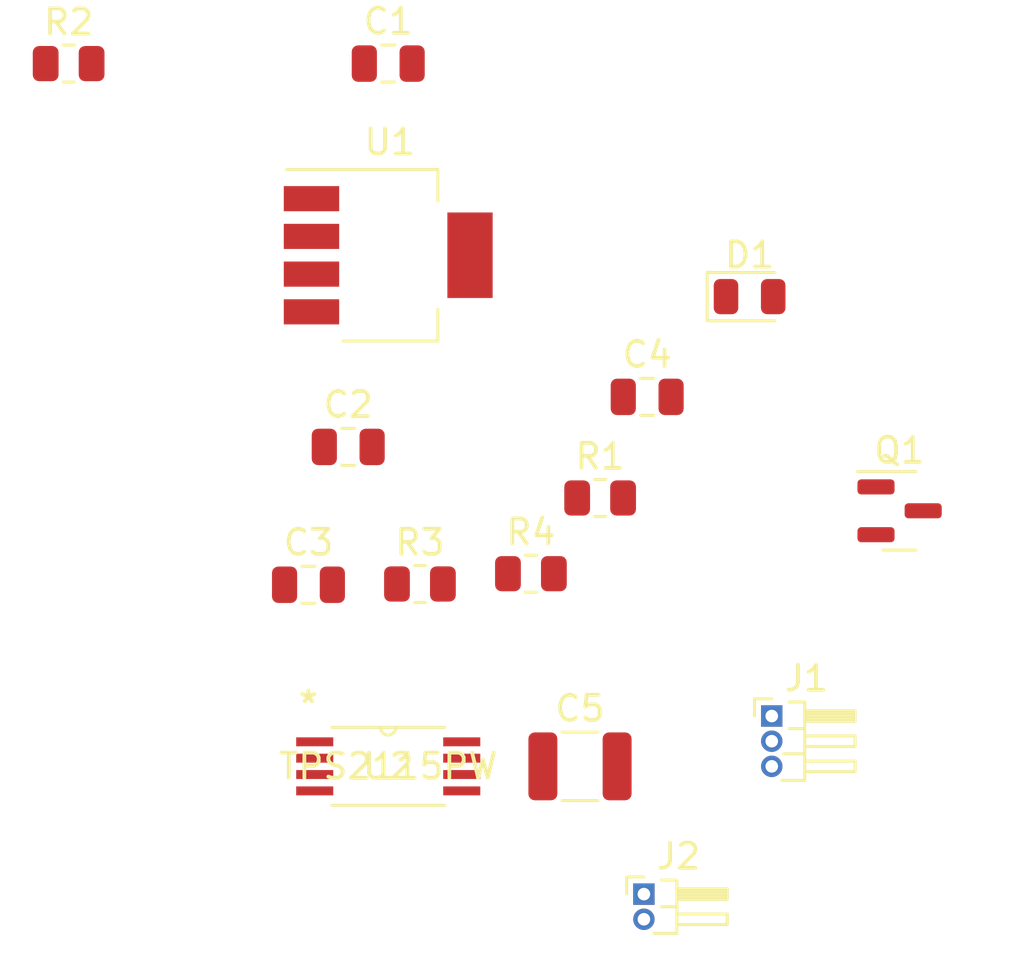
<source format=kicad_pcb>
(kicad_pcb (version 20211014) (generator pcbnew)
  (layers (0 "F.Cu" signal) (31 "B.Cu" signal) (34 "B.Paste" user) (35 "F.Paste" user) (36 "B.SilkS" user "B.Silkscreen") (37 "F.SilkS" user "F.Silkscreen") (38 "B.Mask" user) (39 "F.Mask" user) (44 "Edge.Cuts" user))
  (net 0 "")
  (net 1 "+BATT")
  (net 2 "-BATT")
  (net 3 "VCC")
  (net 4 "VAA")
  (net 5 "lock+")
  (net 6 "Net-(D1-Pad1)")
  (net 7 "Net-(D1-Pad2)")
  (net 8 "Net-(Q1-Pad1)")
  (net 9 "Net-(R1-Pad2)")
  (net 10 "Net-(R2-Pad1)")
  (footprint "Capacitor_SMD:C_0805_2012Metric" (layer "F.Cu") (at 121.29 96.92)
    (fp_text reference "C3" (at 0 -1.68) (layer "F.SilkS"))
    (fp_text value "0.1uf")
    (fp_line (start -0.261252 0.735) (end 0.261252 0.735) (layer "F.SilkS") (width 0.12))
    (fp_line (start -0.261252 -0.735) (end 0.261252 -0.735) (layer "F.SilkS") (width 0.12))
    (pad "1" smd roundrect (at -0.95 0) (size 1 1.45) (layers "F.Cu" "F.Paste" "F.Mask") (net 4 "VAA"))
    (pad "2" smd roundrect (at 0.95 0) (size 1 1.45) (layers "F.Cu" "F.Paste" "F.Mask") (net 2 "-BATT"))
  )
  (footprint "Connector_PinHeader_1.00mm:PinHeader_1x03_P1.00mm_Horizontal" (layer "F.Cu") (at 139.7 102.14)
    (fp_text reference "J1" (at 1.375 -1.5) (layer "F.SilkS"))
    (fp_text value "Supply_Conn")
    (fp_line (start 1.31 -0.15) (end 3.31 -0.15) (layer "F.SilkS") (width 0.12))
    (fp_line (start 1.31 -0.21) (end 3.31 -0.21) (layer "F.SilkS") (width 0.12))
    (fp_line (start 1.31 2.56) (end 0.394493 2.56) (layer "F.SilkS") (width 0.12))
    (fp_line (start 3.31 -0.21) (end 3.31 0.21) (layer "F.SilkS") (width 0.12))
    (fp_line (start 1.31 1.79) (end 3.31 1.79) (layer "F.SilkS") (width 0.12))
    (fp_line (start 3.31 1.21) (end 1.31 1.21) (layer "F.SilkS") (width 0.12))
    (fp_line (start 1.31 0.79) (end 3.31 0.79) (layer "F.SilkS") (width 0.12))
    (fp_line (start 0.685 -0.56) (end 1.31 -0.56) (layer "F.SilkS") (width 0.12))
    (fp_line (start 3.31 1.79) (end 3.31 2.21) (layer "F.SilkS") (width 0.12))
    (fp_line (start 1.31 -0.03) (end 3.31 -0.03) (layer "F.SilkS") (width 0.12))
    (fp_line (start 1.31 -0.56) (end 1.31 2.56) (layer "F.SilkS") (width 0.12))
    (fp_line (start 0.685 0.5) (end 1.31 0.5) (layer "F.SilkS") (width 0.12))
    (fp_line (start 0.468215 1.5) (end 1.31 1.5) (layer "F.SilkS") (width 0.12))
    (fp_line (start 3.31 2.21) (end 1.31 2.21) (layer "F.SilkS") (width 0.12))
    (fp_line (start -0.685 -0.685) (end 0 -0.685) (layer "F.SilkS") (width 0.12))
    (fp_line (start 3.31 0.79) (end 3.31 1.21) (layer "F.SilkS") (width 0.12))
    (fp_line (start 3.31 0.21) (end 1.31 0.21) (layer "F.SilkS") (width 0.12))
    (fp_line (start 1.31 0.09) (end 3.31 0.09) (layer "F.SilkS") (width 0.12))
    (fp_line (start -0.685 0) (end -0.685 -0.685) (layer "F.SilkS") (width 0.12))
    (pad "1" thru_hole rect (at 0 0) (size 0.85 0.85) (drill 0.5) (layers *.Cu *.Mask) (net 4 "VAA"))
    (pad "2" thru_hole oval (at 0 1) (size 0.85 0.85) (drill 0.5) (layers *.Cu *.Mask) (net 2 "-BATT"))
    (pad "3" thru_hole oval (at 0 2) (size 0.85 0.85) (drill 0.5) (layers *.Cu *.Mask))
  )
  (footprint "TPS2115:TPS2115" (layer "F.Cu") (at 124.46 104.14)
    (fp_text reference "U2" (at 0 0) (layer "F.SilkS"))
    (fp_text value "TPS2115PW" (at 0 0) (layer "F.SilkS"))
    (fp_text user "*" (at -3.175 -2.4736) (layer "F.SilkS"))
    (fp_text user "*" (at -3.175 -2.4736) (layer "F.SilkS"))
    (fp_line (start 2.2479 -1.5494) (end -2.2479 -1.5494) (layer "F.SilkS") (width 0.12))
    (fp_line (start -2.2479 1.5494) (end 2.2479 1.5494) (layer "F.SilkS") (width 0.12))
    (fp_arc (start 0.3048 -1.5494) (mid 0 -1.2446) (end -0.3048 -1.5494) (layer "F.SilkS") (width 0.12))
    (pad "1" smd rect locked (at -2.921 -0.974999) (size 1.4732 0.3556) (layers "F.Cu" "F.Paste" "F.Mask") (net 8 "Net-(Q1-Pad1)"))
    (pad "2" smd rect locked (at -2.921 -0.325001) (size 1.4732 0.3556) (layers "F.Cu" "F.Paste" "F.Mask") (net 2 "-BATT"))
    (pad "3" smd rect locked (at -2.921 0.325001) (size 1.4732 0.3556) (layers "F.Cu" "F.Paste" "F.Mask") (net 4 "VAA"))
    (pad "4" smd rect locked (at -2.921 0.974999) (size 1.4732 0.3556) (layers "F.Cu" "F.Paste" "F.Mask") (net 10 "Net-(R2-Pad1)"))
    (pad "5" smd rect locked (at 2.921 0.974999) (size 1.4732 0.3556) (layers "F.Cu" "F.Paste" "F.Mask") (net 2 "-BATT"))
    (pad "6" smd rect locked (at 2.921 0.325001) (size 1.4732 0.3556) (layers "F.Cu" "F.Paste" "F.Mask") (net 3 "VCC"))
    (pad "7" smd rect locked (at 2.921 -0.325001) (size 1.4732 0.3556) (layers "F.Cu" "F.Paste" "F.Mask") (net 5 "lock+"))
    (pad "8" smd rect locked (at 2.921 -0.974999) (size 1.4732 0.3556) (layers "F.Cu" "F.Paste" "F.Mask") (net 4 "VAA"))
  )
  (footprint "Resistor_SMD:R_0805_2012Metric" (layer "F.Cu") (at 132.88 93.47)
    (fp_text reference "R1" (at 0 -1.65) (layer "F.SilkS"))
    (fp_text value "50K")
    (fp_line (start -0.227064 -0.735) (end 0.227064 -0.735) (layer "F.SilkS") (width 0.12))
    (fp_line (start -0.227064 0.735) (end 0.227064 0.735) (layer "F.SilkS") (width 0.12))
    (pad "1" smd roundrect (at -0.9125 0) (size 1.025 1.4) (layers "F.Cu" "F.Paste" "F.Mask") (roundrect_rratio 0.243902) (net 1 "+BATT"))
    (pad "2" smd roundrect (at 0.9125 0) (size 1.025 1.4) (layers "F.Cu" "F.Paste" "F.Mask") (roundrect_rratio 0.243902) (net 9 "Net-(R1-Pad2)"))
  )
  (footprint "Resistor_SMD:R_0805_2012Metric" (layer "F.Cu") (at 130.13 96.48)
    (fp_text reference "R4" (at 0 -1.65) (layer "F.SilkS"))
    (fp_text value "150")
    (fp_line (start -0.227064 -0.735) (end 0.227064 -0.735) (layer "F.SilkS") (width 0.12))
    (fp_line (start -0.227064 0.735) (end 0.227064 0.735) (layer "F.SilkS") (width 0.12))
    (pad "1" smd roundrect (at -0.9125 0) (size 1.025 1.4) (layers "F.Cu" "F.Paste" "F.Mask") (roundrect_rratio 0.243902) (net 6 "Net-(D1-Pad1)"))
    (pad "2" smd roundrect (at 0.9125 0) (size 1.025 1.4) (layers "F.Cu" "F.Paste" "F.Mask") (roundrect_rratio 0.243902) (net 2 "-BATT"))
  )
  (footprint "Resistor_SMD:R_0805_2012Metric" (layer "F.Cu") (at 125.72 96.89)
    (fp_text reference "R3" (at 0 -1.65) (layer "F.SilkS"))
    (fp_text value "100K")
    (fp_line (start -0.227064 -0.735) (end 0.227064 -0.735) (layer "F.SilkS") (width 0.12))
    (fp_line (start -0.227064 0.735) (end 0.227064 0.735) (layer "F.SilkS") (width 0.12))
    (pad "1" smd roundrect (at -0.9125 0) (size 1.025 1.4) (layers "F.Cu" "F.Paste" "F.Mask") (roundrect_rratio 0.243902) (net 8 "Net-(Q1-Pad1)"))
    (pad "2" smd roundrect (at 0.9125 0) (size 1.025 1.4) (layers "F.Cu" "F.Paste" "F.Mask") (roundrect_rratio 0.243902) (net 5 "lock+"))
  )
  (footprint "LED_SMD:LED_0805_2012Metric" (layer "F.Cu") (at 138.82 85.465)
    (fp_text reference "D1" (at 0 -1.65) (layer "F.SilkS"))
    (fp_text value "LED")
    (fp_line (start 1 -0.96) (end -1.685 -0.96) (layer "F.SilkS") (width 0.12))
    (fp_line (start -1.685 -0.96) (end -1.685 0.96) (layer "F.SilkS") (width 0.12))
    (fp_line (start -1.685 0.96) (end 1 0.96) (layer "F.SilkS") (width 0.12))
    (pad "1" smd roundrect (at -0.9375 0) (size 0.975 1.4) (layers "F.Cu" "F.Paste" "F.Mask") (net 6 "Net-(D1-Pad1)"))
    (pad "2" smd roundrect (at 0.9375 0) (size 0.975 1.4) (layers "F.Cu" "F.Paste" "F.Mask") (net 7 "Net-(D1-Pad2)"))
  )
  (footprint "Connector_PinHeader_1.00mm:PinHeader_1x02_P1.00mm_Horizontal" (layer "F.Cu") (at 134.62 109.22)
    (fp_text reference "J2" (at 1.375 -1.5) (layer "F.SilkS"))
    (fp_text value "Lock_Conn")
    (fp_line (start 1.31 -0.56) (end 1.31 1.56) (layer "F.SilkS") (width 0.12))
    (fp_line (start 1.31 0.79) (end 3.31 0.79) (layer "F.SilkS") (width 0.12))
    (fp_line (start 3.31 1.21) (end 1.31 1.21) (layer "F.SilkS") (width 0.12))
    (fp_line (start 3.31 0.21) (end 1.31 0.21) (layer "F.SilkS") (width 0.12))
    (fp_line (start 3.31 0.79) (end 3.31 1.21) (layer "F.SilkS") (width 0.12))
    (fp_line (start 1.31 -0.03) (end 3.31 -0.03) (layer "F.SilkS") (width 0.12))
    (fp_line (start 3.31 -0.21) (end 3.31 0.21) (layer "F.SilkS") (width 0.12))
    (fp_line (start 1.31 -0.21) (end 3.31 -0.21) (layer "F.SilkS") (width 0.12))
    (fp_line (start -0.685 0) (end -0.685 -0.685) (layer "F.SilkS") (width 0.12))
    (fp_line (start 1.31 -0.15) (end 3.31 -0.15) (layer "F.SilkS") (width 0.12))
    (fp_line (start 1.31 1.56) (end 0.394493 1.56) (layer "F.SilkS") (width 0.12))
    (fp_line (start 1.31 0.09) (end 3.31 0.09) (layer "F.SilkS") (width 0.12))
    (fp_line (start -0.685 -0.685) (end 0 -0.685) (layer "F.SilkS") (width 0.12))
    (fp_line (start 0.685 -0.56) (end 1.31 -0.56) (layer "F.SilkS") (width 0.12))
    (fp_line (start 0.685 0.5) (end 1.31 0.5) (layer "F.SilkS") (width 0.12))
    (pad "1" thru_hole rect (at 0 0) (size 0.85 0.85) (drill 0.5) (layers *.Cu *.Mask) (net 5 "lock+"))
    (pad "2" thru_hole oval (at 0 1) (size 0.85 0.85) (drill 0.5) (layers *.Cu *.Mask) (net 1 "+BATT"))
  )
  (footprint "Capacitor_SMD:C_0805_2012Metric" (layer "F.Cu") (at 122.87 91.44)
    (fp_text reference "C2" (at 0 -1.68) (layer "F.SilkS"))
    (fp_text value "1uf")
    (fp_line (start -0.261252 0.735) (end 0.261252 0.735) (layer "F.SilkS") (width 0.12))
    (fp_line (start -0.261252 -0.735) (end 0.261252 -0.735) (layer "F.SilkS") (width 0.12))
    (pad "1" smd roundrect (at -0.95 0) (size 1 1.45) (layers "F.Cu" "F.Paste" "F.Mask") (net 3 "VCC"))
    (pad "2" smd roundrect (at 0.95 0) (size 1 1.45) (layers "F.Cu" "F.Paste" "F.Mask") (net 2 "-BATT"))
  )
  (footprint "Capacitor_SMD:C_0805_2012Metric" (layer "F.Cu") (at 124.46 76.2)
    (fp_text reference "C1" (at 0 -1.68) (layer "F.SilkS"))
    (fp_text value "1uF")
    (fp_line (start -0.261252 -0.735) (end 0.261252 -0.735) (layer "F.SilkS") (width 0.12))
    (fp_line (start -0.261252 0.735) (end 0.261252 0.735) (layer "F.SilkS") (width 0.12))
    (pad "1" smd roundrect (at -0.95 0) (size 1 1.45) (layers "F.Cu" "F.Paste" "F.Mask") (net 1 "+BATT"))
    (pad "2" smd roundrect (at 0.95 0) (size 1 1.45) (layers "F.Cu" "F.Paste" "F.Mask") (net 2 "-BATT"))
  )
  (footprint "Capacitor_SMD:C_1210_3225Metric" (layer "F.Cu") (at 132.08 104.14)
    (fp_text reference "C5" (at 0 -2.3) (layer "F.SilkS"))
    (fp_text value "1uf")
    (fp_line (start -0.711252 -1.36) (end 0.711252 -1.36) (layer "F.SilkS") (width 0.12))
    (fp_line (start -0.711252 1.36) (end 0.711252 1.36) (layer "F.SilkS") (width 0.12))
    (pad "1" smd roundrect (at -1.475 0) (size 1.15 2.7) (layers "F.Cu" "F.Paste" "F.Mask") (roundrect_rratio 0.217391) (net 5 "lock+"))
    (pad "2" smd roundrect (at 1.475 0) (size 1.15 2.7) (layers "F.Cu" "F.Paste" "F.Mask") (roundrect_rratio 0.217391) (net 2 "-BATT"))
  )
  (footprint "Resistor_SMD:R_0805_2012Metric" (layer "F.Cu") (at 111.76 76.2)
    (fp_text reference "R2" (at 0 -1.65) (layer "F.SilkS"))
    (fp_text value "1k")
    (fp_line (start -0.227064 -0.735) (end 0.227064 -0.735) (layer "F.SilkS") (width 0.12))
    (fp_line (start -0.227064 0.735) (end 0.227064 0.735) (layer "F.SilkS") (width 0.12))
    (pad "1" smd roundrect (at -0.9125 0) (size 1.025 1.4) (layers "F.Cu" "F.Paste" "F.Mask") (roundrect_rratio 0.243902) (net 10 "Net-(R2-Pad1)"))
    (pad "2" smd roundrect (at 0.9125 0) (size 1.025 1.4) (layers "F.Cu" "F.Paste" "F.Mask") (roundrect_rratio 0.243902) (net 2 "-BATT"))
  )
  (footprint "Capacitor_SMD:C_0805_2012Metric" (layer "F.Cu") (at 134.75 89.45)
    (fp_text reference "C4" (at 0 -1.68) (layer "F.SilkS"))
    (fp_text value "0.1uf")
    (fp_line (start -0.261252 0.735) (end 0.261252 0.735) (layer "F.SilkS") (width 0.12))
    (fp_line (start -0.261252 -0.735) (end 0.261252 -0.735) (layer "F.SilkS") (width 0.12))
    (pad "1" smd roundrect (at -0.95 0) (size 1 1.45) (layers "F.Cu" "F.Paste" "F.Mask") (net 3 "VCC"))
    (pad "2" smd roundrect (at 0.95 0) (size 1 1.45) (layers "F.Cu" "F.Paste" "F.Mask") (net 2 "-BATT"))
  )
  (footprint "Package_TO_SOT_SMD:SOT-23" (layer "F.Cu") (at 144.78 93.98)
    (fp_text reference "Q1" (at 0 -2.4) (layer "F.SilkS"))
    (fp_text value "Q_PMOS_GDS")
    (fp_line (start 0 -1.56) (end -1.675 -1.56) (layer "F.SilkS") (width 0.12))
    (fp_line (start 0 1.56) (end -0.65 1.56) (layer "F.SilkS") (width 0.12))
    (fp_line (start 0 -1.56) (end 0.65 -1.56) (layer "F.SilkS") (width 0.12))
    (fp_line (start 0 1.56) (end 0.65 1.56) (layer "F.SilkS") (width 0.12))
    (pad "1" smd roundrect (at -0.9375 -0.95) (size 1.475 0.6) (layers "F.Cu" "F.Paste" "F.Mask") (net 8 "Net-(Q1-Pad1)"))
    (pad "2" smd roundrect (at -0.9375 0.95) (size 1.475 0.6) (layers "F.Cu" "F.Paste" "F.Mask") (net 5 "lock+"))
    (pad "3" smd roundrect (at 0.9375 0) (size 1.475 0.6) (layers "F.Cu" "F.Paste" "F.Mask") (net 7 "Net-(D1-Pad2)"))
  )
  (footprint "Package_TO_SOT_SMD:SOT-223-5" (layer "F.Cu") (at 124.46 83.82)
    (fp_text reference "U1" (at 0.0625 -4.5) (layer "F.SilkS"))
    (fp_text value "LP38693MP-5.0")
    (fp_line (start -4.0375 -3.41) (end 1.9725 -3.41) (layer "F.SilkS") (width 0.12))
    (fp_line (start 1.9725 3.41) (end 1.9725 2.15) (layer "F.SilkS") (width 0.12))
    (fp_line (start 1.9725 -3.41) (end 1.9725 -2.15) (layer "F.SilkS") (width 0.12))
    (fp_line (start -1.7875 3.41) (end 1.9725 3.41) (layer "F.SilkS") (width 0.12))
    (pad "1" smd rect (at -3.05 -2.25) (size 2.2 1) (layers "F.Cu" "F.Paste" "F.Mask") (net 9 "Net-(R1-Pad2)"))
    (pad "2" smd rect (at -3.05 -0.75) (size 2.2 1) (layers "F.Cu" "F.Paste" "F.Mask"))
    (pad "3" smd rect (at -3.05 0.75) (size 2.2 1) (layers "F.Cu" "F.Paste" "F.Mask") (net 3 "VCC"))
    (pad "4" smd rect (at -3.05 2.25) (size 2.2 1) (layers "F.Cu" "F.Paste" "F.Mask") (net 1 "+BATT"))
    (pad "5" smd rect (at 3.25 0) (size 1.8 3.4) (layers "F.Cu" "F.Paste" "F.Mask") (net 2 "-BATT"))
  )
)
</source>
